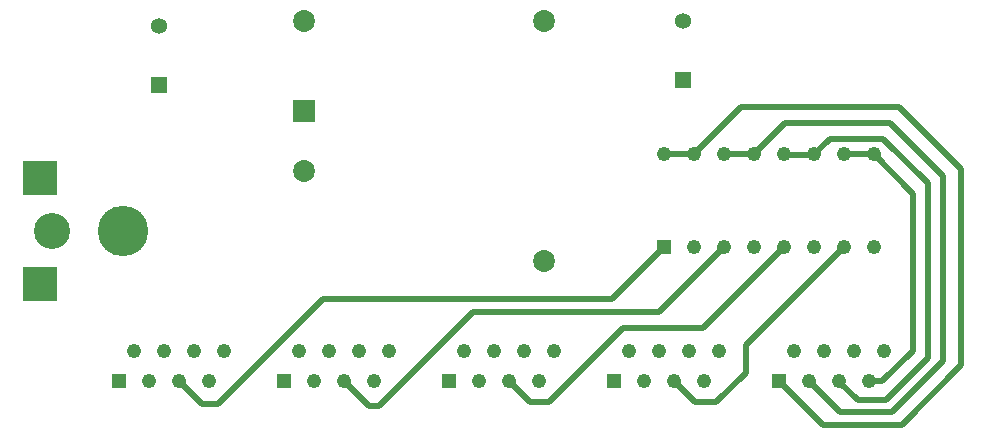
<source format=gbr>
G04 Generated by Ultiboard 14.1 *
%FSLAX24Y24*%
%MOIN*%

%ADD10C,0.0001*%
%ADD11C,0.0200*%
%ADD12R,0.0490X0.0490*%
%ADD13C,0.0490*%
%ADD14R,0.0731X0.0731*%
%ADD15C,0.0731*%
%ADD16R,0.0534X0.0534*%
%ADD17C,0.0534*%
%ADD18R,0.1124X0.1124*%
%ADD19C,0.1206*%
%ADD20C,0.1681*%


G04 ColorRGB 00FF00 for the following layer *
%LNCopper Top*%
%LPD*%
G54D10*
G54D11*
X25485Y14123D02*
X30777Y14123D01*
X32820Y12080D01*
X23920Y12558D02*
X25485Y14123D01*
X32820Y5519D02*
X32820Y12080D01*
X23918Y12560D02*
X22922Y12560D01*
X30851Y3550D02*
X32820Y5519D01*
X28220Y3550D02*
X30851Y3550D01*
X26780Y4990D02*
X28220Y3550D01*
X26965Y13603D02*
X30477Y13603D01*
X25920Y12558D02*
X26965Y13603D01*
X30477Y13603D02*
X32240Y11840D01*
X25918Y12560D02*
X24922Y12560D01*
X32240Y5657D02*
X32240Y11840D01*
X30543Y3960D02*
X32240Y5657D01*
X28810Y3960D02*
X30543Y3960D01*
X27780Y4990D02*
X28810Y3960D01*
X28456Y13083D02*
X30243Y13083D01*
X27931Y12558D02*
X28456Y13083D01*
X31730Y11596D02*
X30243Y13083D01*
X27920Y12558D02*
X27912Y12550D01*
X26928Y12550D02*
X27912Y12550D01*
X27920Y12558D02*
X27931Y12558D01*
X31730Y11596D02*
X31730Y5770D01*
X26920Y12558D02*
X26928Y12550D01*
X30320Y4360D02*
X31730Y5770D01*
X29400Y4360D02*
X30320Y4360D01*
X29400Y4360D02*
X28780Y4980D01*
X29918Y12560D02*
X31230Y11248D01*
X31230Y6010D01*
X28922Y12560D02*
X29918Y12560D01*
X30210Y4990D02*
X31230Y6010D01*
X29780Y4990D02*
X30210Y4990D01*
X23280Y4990D02*
X23970Y4300D01*
X24920Y9460D02*
X22760Y7300D01*
X17780Y4990D02*
X18470Y4300D01*
X19095Y4300D01*
X23970Y4300D02*
X24670Y4300D01*
X28920Y9460D02*
X25650Y6190D01*
X25650Y5280D02*
X25650Y6190D01*
X24670Y4300D02*
X25650Y5280D01*
X6780Y4990D02*
X7540Y4230D01*
X12280Y4990D02*
X13090Y4180D01*
X7540Y4230D02*
X8060Y4230D01*
X16560Y7300D02*
X13440Y4180D01*
X13090Y4180D02*
X13440Y4180D01*
X22760Y7300D02*
X16560Y7300D01*
X21210Y7750D02*
X11580Y7750D01*
X22920Y9460D02*
X21210Y7750D01*
X11580Y7750D02*
X8060Y4230D01*
X24240Y6780D02*
X21575Y6780D01*
X26920Y9460D02*
X24240Y6780D01*
X21575Y6780D02*
X19095Y4300D01*
G54D12*
X22920Y9460D03*
X4780Y4990D03*
X10280Y4990D03*
X15780Y4990D03*
X21280Y4990D03*
X26780Y4990D03*
G54D13*
X23920Y9460D03*
X24920Y9460D03*
X25920Y9460D03*
X26920Y9460D03*
X27920Y9460D03*
X28920Y9460D03*
X29920Y9460D03*
X22920Y12558D03*
X23920Y12558D03*
X24920Y12558D03*
X25920Y12558D03*
X26920Y12558D03*
X27920Y12558D03*
X28920Y12558D03*
X29920Y12558D03*
X5780Y4990D03*
X6780Y4990D03*
X7780Y4990D03*
X5280Y5990D03*
X6280Y5990D03*
X7280Y5990D03*
X8280Y5990D03*
X11280Y4990D03*
X12280Y4990D03*
X13280Y4990D03*
X10780Y5990D03*
X11780Y5990D03*
X12780Y5990D03*
X13780Y5990D03*
X16780Y4990D03*
X17780Y4990D03*
X18780Y4990D03*
X16280Y5990D03*
X17280Y5990D03*
X18280Y5990D03*
X19280Y5990D03*
X22280Y4990D03*
X23280Y4990D03*
X24280Y4990D03*
X21780Y5990D03*
X22780Y5990D03*
X23780Y5990D03*
X24780Y5990D03*
X27780Y4990D03*
X28780Y4990D03*
X29780Y4990D03*
X27280Y5990D03*
X28280Y5990D03*
X29280Y5990D03*
X30280Y5990D03*
G54D14*
X10920Y14010D03*
G54D15*
X10920Y12010D03*
X18920Y9010D03*
X18920Y17010D03*
X10920Y17010D03*
G54D16*
X6110Y14860D03*
X23580Y15040D03*
G54D17*
X6110Y16829D03*
X23580Y17009D03*
G54D18*
X2144Y8228D03*
X2144Y11772D03*
G54D19*
X2538Y10000D03*
G54D20*
X4900Y10000D03*

M02*

</source>
